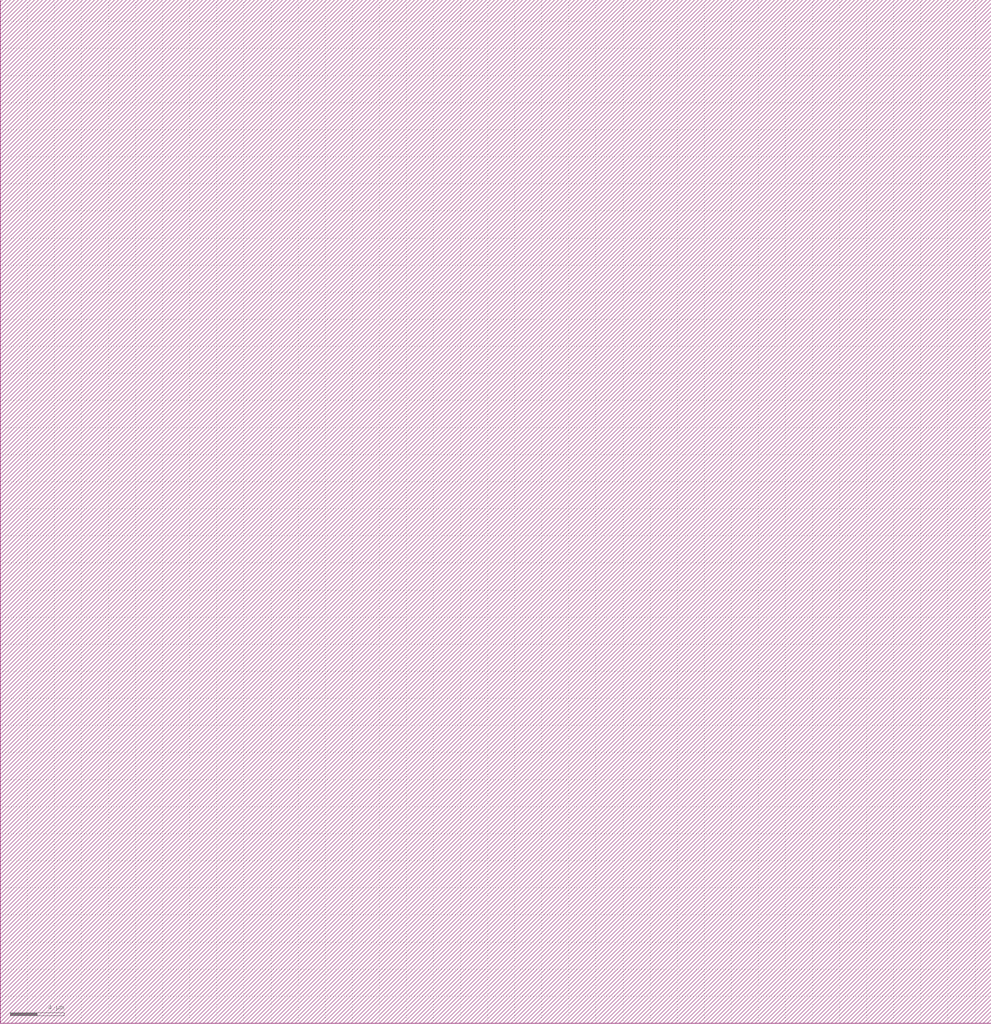
<source format=lef>
VERSION 5.6 ;

BUSBITCHARS "[]" ;

DIVIDERCHAR "/" ;

UNITS
    DATABASE MICRONS 1000 ;
END UNITS

MANUFACTURINGGRID 0.005000 ; 

CLEARANCEMEASURE EUCLIDEAN ; 

USEMINSPACING OBS ON ; 

SITE CoreSite
    CLASS CORE ;
    SIZE 0.600000 BY 0.300000 ;
END CoreSite

LAYER li
   TYPE ROUTING ;
   DIRECTION VERTICAL ;
   MINWIDTH 0.300000 ;
   AREA 0.056250 ;
   WIDTH 0.300000 ;
   SPACINGTABLE
      PARALLELRUNLENGTH 0.0
      WIDTH 0.0 0.225000 ;
   PITCH 0.600000 0.600000 ;
END li

LAYER mcon
    TYPE CUT ;
    SPACING 0.225000 ;
    WIDTH 0.300000 ;
    ENCLOSURE ABOVE 0.075000 0.075000 ;
    ENCLOSURE BELOW 0.000000 0.000000 ;
END mcon

LAYER met1
   TYPE ROUTING ;
   DIRECTION HORIZONTAL ;
   MINWIDTH 0.150000 ;
   AREA 0.084375 ;
   WIDTH 0.150000 ;
   SPACINGTABLE
      PARALLELRUNLENGTH 0.0
      WIDTH 0.0 0.150000 ;
   PITCH 0.300000 0.300000 ;
END met1

LAYER v1
    TYPE CUT ;
    SPACING 0.075000 ;
    WIDTH 0.300000 ;
    ENCLOSURE ABOVE 0.075000 0.075000 ;
    ENCLOSURE BELOW 0.075000 0.075000 ;
END v1

LAYER met2
   TYPE ROUTING ;
   DIRECTION VERTICAL ;
   MINWIDTH 0.150000 ;
   AREA 0.073125 ;
   WIDTH 0.150000 ;
   SPACINGTABLE
      PARALLELRUNLENGTH 0.0
      WIDTH 0.0 0.150000 ;
   PITCH 0.300000 0.300000 ;
END met2

LAYER v2
    TYPE CUT ;
    SPACING 0.150000 ;
    WIDTH 0.300000 ;
    ENCLOSURE ABOVE 0.075000 0.075000 ;
    ENCLOSURE BELOW 0.075000 0.000000 ;
END v2

LAYER met3
   TYPE ROUTING ;
   DIRECTION HORIZONTAL ;
   MINWIDTH 0.300000 ;
   AREA 0.241875 ;
   WIDTH 0.300000 ;
   SPACINGTABLE
      PARALLELRUNLENGTH 0.0
      WIDTH 0.0 0.300000 ;
   PITCH 0.600000 0.600000 ;
END met3

LAYER v3
    TYPE CUT ;
    SPACING 0.150000 ;
    WIDTH 0.450000 ;
    ENCLOSURE ABOVE 0.075000 0.075000 ;
    ENCLOSURE BELOW 0.075000 0.000000 ;
END v3

LAYER met4
   TYPE ROUTING ;
   DIRECTION VERTICAL ;
   MINWIDTH 0.300000 ;
   AREA 0.241875 ;
   WIDTH 0.300000 ;
   SPACINGTABLE
      PARALLELRUNLENGTH 0.0
      WIDTH 0.0 0.300000 ;
   PITCH 0.600000 0.600000 ;
END met4

LAYER v4
    TYPE CUT ;
    SPACING 0.450000 ;
    WIDTH 1.200000 ;
    ENCLOSURE ABOVE 0.150000 0.150000 ;
    ENCLOSURE BELOW 0.000000 0.000000 ;
END v4

LAYER met5
   TYPE ROUTING ;
   DIRECTION HORIZONTAL ;
   MINWIDTH 1.650000 ;
   AREA 4.005000 ;
   WIDTH 1.650000 ;
   SPACINGTABLE
      PARALLELRUNLENGTH 0.0
      WIDTH 0.0 1.650000 ;
   PITCH 3.300000 3.300000 ;
END met5

LAYER OVERLAP
   TYPE OVERLAP ;
END OVERLAP

VIA mcon_C DEFAULT
   LAYER li ;
     RECT -0.150000 -0.150000 0.150000 0.150000 ;
   LAYER mcon ;
     RECT -0.150000 -0.150000 0.150000 0.150000 ;
   LAYER met1 ;
     RECT -0.225000 -0.225000 0.225000 0.225000 ;
END mcon_C

VIA v1_C DEFAULT
   LAYER met1 ;
     RECT -0.225000 -0.225000 0.225000 0.225000 ;
   LAYER v1 ;
     RECT -0.150000 -0.150000 0.150000 0.150000 ;
   LAYER met2 ;
     RECT -0.225000 -0.225000 0.225000 0.225000 ;
END v1_C

VIA v2_C DEFAULT
   LAYER met2 ;
     RECT -0.150000 -0.225000 0.150000 0.225000 ;
   LAYER v2 ;
     RECT -0.150000 -0.150000 0.150000 0.150000 ;
   LAYER met3 ;
     RECT -0.225000 -0.225000 0.225000 0.225000 ;
END v2_C

VIA v2_Ch
   LAYER met2 ;
     RECT -0.225000 -0.150000 0.225000 0.150000 ;
   LAYER v2 ;
     RECT -0.150000 -0.150000 0.150000 0.150000 ;
   LAYER met3 ;
     RECT -0.225000 -0.225000 0.225000 0.225000 ;
END v2_Ch

VIA v2_Cv
   LAYER met2 ;
     RECT -0.150000 -0.225000 0.150000 0.225000 ;
   LAYER v2 ;
     RECT -0.150000 -0.150000 0.150000 0.150000 ;
   LAYER met3 ;
     RECT -0.225000 -0.225000 0.225000 0.225000 ;
END v2_Cv

VIA v3_C DEFAULT
   LAYER met3 ;
     RECT -0.300000 -0.225000 0.300000 0.225000 ;
   LAYER v3 ;
     RECT -0.225000 -0.225000 0.225000 0.225000 ;
   LAYER met4 ;
     RECT -0.300000 -0.300000 0.300000 0.300000 ;
END v3_C

VIA v3_Ch
   LAYER met3 ;
     RECT -0.300000 -0.225000 0.300000 0.225000 ;
   LAYER v3 ;
     RECT -0.225000 -0.225000 0.225000 0.225000 ;
   LAYER met4 ;
     RECT -0.300000 -0.300000 0.300000 0.300000 ;
END v3_Ch

VIA v3_Cv
   LAYER met3 ;
     RECT -0.300000 -0.225000 0.300000 0.225000 ;
   LAYER v3 ;
     RECT -0.225000 -0.225000 0.225000 0.225000 ;
   LAYER met4 ;
     RECT -0.300000 -0.300000 0.300000 0.300000 ;
END v3_Cv

VIA v4_C DEFAULT
   LAYER met4 ;
     RECT -0.600000 -0.600000 0.600000 0.600000 ;
   LAYER v4 ;
     RECT -0.600000 -0.600000 0.600000 0.600000 ;
   LAYER met5 ;
     RECT -0.750000 -0.750000 0.750000 0.750000 ;
END v4_C

MACRO _0_0std_0_0cells_0_0AND2X1
    CLASS CORE ;
    FOREIGN _0_0std_0_0cells_0_0AND2X1 0.000000 0.000000 ;
    ORIGIN 0.000000 0.000000 ;
    SIZE 3.000000 BY 4.200000 ;
    SYMMETRY X Y ;
    SITE CoreSite ;
    PIN A
        DIRECTION INPUT ;
        USE SIGNAL ;
        PORT
        LAYER li ;
        RECT 0.600000 3.600000 0.900000 3.900000 ;
        RECT 0.600000 3.525000 0.975000 3.600000 ;
        RECT 0.600000 3.300000 0.675000 3.525000 ;
        RECT 0.600000 3.225000 0.975000 3.300000 ;
        RECT 0.675000 3.300000 0.900000 3.525000 ;
        RECT 0.900000 3.300000 0.975000 3.525000 ;
        END
        ANTENNAGATEAREA 0.202500 ;
    END A
    PIN B
        DIRECTION INPUT ;
        USE SIGNAL ;
        PORT
        LAYER li ;
        RECT 1.725000 3.525000 2.100000 3.600000 ;
        RECT 1.725000 3.300000 1.800000 3.525000 ;
        RECT 1.725000 3.225000 2.100000 3.300000 ;
        RECT 1.800000 3.600000 2.100000 3.900000 ;
        RECT 1.800000 3.300000 2.025000 3.525000 ;
        RECT 2.025000 3.300000 2.100000 3.525000 ;
        END
        ANTENNAGATEAREA 0.202500 ;
    END B
    PIN Y
        DIRECTION OUTPUT ;
        USE SIGNAL ;
        PORT
        LAYER li ;
        RECT 2.250000 1.425000 2.700000 1.500000 ;
        RECT 2.250000 1.200000 2.325000 1.425000 ;
        RECT 2.325000 1.500000 2.700000 2.325000 ;
        RECT 2.325000 1.200000 2.625000 1.425000 ;
        RECT 2.625000 1.200000 2.700000 1.425000 ;
        RECT 2.325000 2.550000 2.700000 2.625000 ;
        RECT 2.400000 2.625000 2.700000 3.900000 ;
        RECT 2.325000 2.325000 2.625000 2.550000 ;
        RECT 2.625000 2.325000 2.700000 2.550000 ;
        END
        ANTENNADIFFAREA 0.472500 ;
    END Y
    PIN Vdd
        DIRECTION INPUT ;
        USE POWER ;
        PORT
        LAYER li ;
        RECT 0.600000 2.700000 2.100000 2.925000 ;
        RECT 0.600000 2.550000 0.975000 2.700000 ;
        RECT 0.600000 2.325000 0.675000 2.550000 ;
        RECT 0.600000 2.250000 0.975000 2.325000 ;
        RECT 0.675000 2.325000 0.900000 2.550000 ;
        RECT 0.900000 2.325000 0.975000 2.550000 ;
        RECT 1.200000 2.925000 1.500000 3.900000 ;
        RECT 1.725000 2.550000 2.100000 2.700000 ;
        RECT 1.725000 2.325000 1.800000 2.550000 ;
        RECT 1.725000 2.250000 2.100000 2.325000 ;
        RECT 1.800000 2.325000 2.025000 2.550000 ;
        RECT 2.025000 2.325000 2.100000 2.550000 ;
        END
        ANTENNADIFFAREA 0.495000 ;
    END Vdd
    PIN GND
        DIRECTION INPUT ;
        USE GROUND ;
        PORT
        LAYER li ;
        RECT 0.600000 0.525000 0.900000 0.600000 ;
        RECT 0.600000 0.300000 2.025000 0.525000 ;
        RECT 1.725000 1.125000 1.800000 1.350000 ;
        RECT 1.725000 1.050000 2.025000 1.125000 ;
        RECT 1.800000 1.125000 2.025000 1.350000 ;
        RECT 1.800000 0.525000 2.025000 1.050000 ;
        RECT 1.725000 1.350000 2.025000 1.425000 ;
        END
        ANTENNADIFFAREA 0.258750 ;
    END GND
    OBS
        LAYER li ;
        RECT 0.600000 1.725000 1.500000 1.950000 ;
        RECT 0.600000 1.650000 1.800000 1.725000 ;
        RECT 0.600000 1.425000 0.975000 1.650000 ;
        RECT 0.600000 1.200000 0.675000 1.425000 ;
        RECT 0.600000 1.125000 0.975000 1.200000 ;
        RECT 1.500000 1.725000 1.725000 1.950000 ;
        RECT 0.675000 1.200000 0.900000 1.425000 ;
        RECT 1.725000 1.725000 1.800000 1.950000 ;
        RECT 0.900000 1.200000 0.975000 1.425000 ;
        RECT 2.325000 0.375000 2.400000 0.600000 ;
        RECT 2.325000 0.300000 2.700000 0.375000 ;
        RECT 1.200000 2.175000 1.275000 2.400000 ;
        RECT 1.200000 2.025000 1.500000 2.175000 ;
        RECT 1.200000 1.950000 1.800000 2.025000 ;
        RECT 2.400000 0.375000 2.625000 0.600000 ;
        RECT 1.200000 2.400000 1.500000 2.475000 ;
        RECT 1.275000 2.175000 1.500000 2.400000 ;
        RECT 2.625000 0.375000 2.700000 0.600000 ;
        RECT 2.325000 0.900000 2.700000 0.975000 ;
        RECT 2.325000 0.675000 2.400000 0.900000 ;
        RECT 2.325000 0.600000 2.700000 0.675000 ;
        RECT 2.400000 0.675000 2.625000 0.900000 ;
        RECT 2.625000 0.675000 2.700000 0.900000 ;
        LAYER met1 ;
        RECT 1.425000 1.950000 2.700000 2.025000 ;
        RECT 1.425000 1.725000 1.500000 1.950000 ;
        RECT 1.425000 1.650000 2.700000 1.725000 ;
        RECT 1.500000 1.725000 1.725000 1.950000 ;
        RECT 1.725000 1.725000 2.700000 1.950000 ;
        RECT 2.325000 0.900000 2.700000 1.650000 ;
        RECT 2.325000 0.675000 2.400000 0.900000 ;
        RECT 2.325000 0.600000 2.700000 0.675000 ;
        RECT 2.400000 0.675000 2.625000 0.900000 ;
        RECT 2.625000 0.675000 2.700000 0.900000 ;
    END
END _0_0std_0_0cells_0_0AND2X1

MACRO welltap_svt
    CLASS CORE WELLTAP ;
    FOREIGN welltap_svt 0.000000 0.000000 ;
    ORIGIN 0.000000 0.000000 ;
    SIZE 1.200000 BY 2.100000 ;
    SYMMETRY X Y ;
    SITE CoreSite ;
    PIN Vdd
        DIRECTION INPUT ;
        USE POWER ;
        PORT
        LAYER li ;
        RECT 0.600000 1.500000 0.900000 1.800000 ;
        END
    END Vdd
    PIN GND
        DIRECTION INPUT ;
        USE GROUND ;
        PORT
        LAYER li ;
        RECT 0.600000 0.300000 0.900000 0.600000 ;
        END
    END GND
END welltap_svt

MACRO circuitppnp
   CLASS CORE ;
   FOREIGN circuitppnp 0.000000 0.000000 ;
   ORIGIN 0.000000 0.000000 ; 
   SIZE 73.200000 BY 75.600000 ; 
   SYMMETRY X Y ;
   SITE CoreSite ;
END circuitppnp

MACRO circuitwell
   CLASS CORE ;
   FOREIGN circuitwell 0.000000 0.000000 ;
   ORIGIN 0.000000 0.000000 ; 
   SIZE 73.200000 BY 75.600000 ; 
   SYMMETRY X Y ;
   SITE CoreSite ;
END circuitwell


</source>
